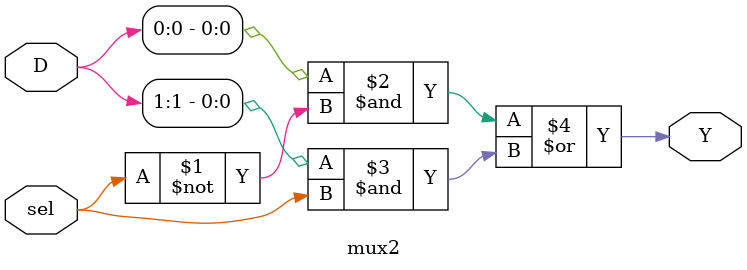
<source format=v>

module mux2( 

sel,
D,
Y);

// ingressi uscite


input sel;
input [1:0] D;
output Y;




assign Y= D[0] & (~sel) | D[1] & sel;
 


endmodule

 

</source>
